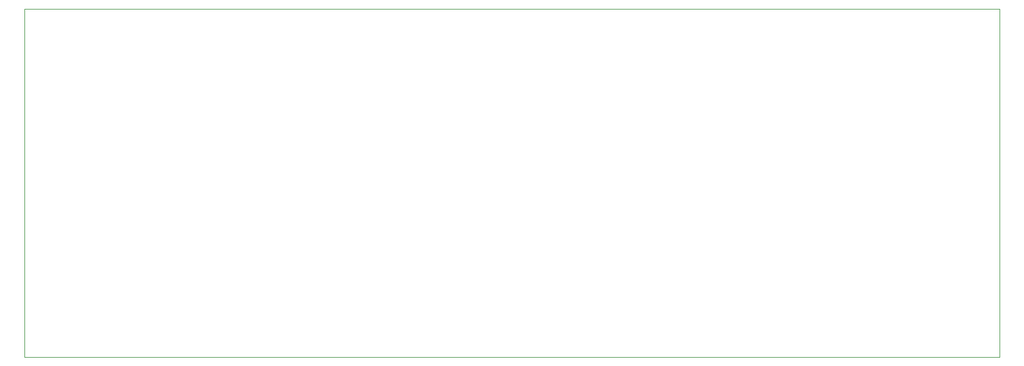
<source format=gbr>
G04 #@! TF.GenerationSoftware,KiCad,Pcbnew,5.1.2-f72e74a~84~ubuntu18.04.1*
G04 #@! TF.CreationDate,2019-11-13T16:28:08+01:00*
G04 #@! TF.ProjectId,filter_without_ind_cap,66696c74-6572-45f7-9769-74686f75745f,rev?*
G04 #@! TF.SameCoordinates,Original*
G04 #@! TF.FileFunction,Profile,NP*
%FSLAX46Y46*%
G04 Gerber Fmt 4.6, Leading zero omitted, Abs format (unit mm)*
G04 Created by KiCad (PCBNEW 5.1.2-f72e74a~84~ubuntu18.04.1) date 2019-11-13 16:28:08*
%MOMM*%
%LPD*%
G04 APERTURE LIST*
%ADD10C,0.050000*%
G04 APERTURE END LIST*
D10*
X220980000Y-74930000D02*
X220980000Y-105410000D01*
X82550000Y-74930000D02*
X220980000Y-74930000D01*
X82550000Y-124460000D02*
X82550000Y-74930000D01*
X220980000Y-124460000D02*
X82550000Y-124460000D01*
X220980000Y-105410000D02*
X220980000Y-124460000D01*
M02*

</source>
